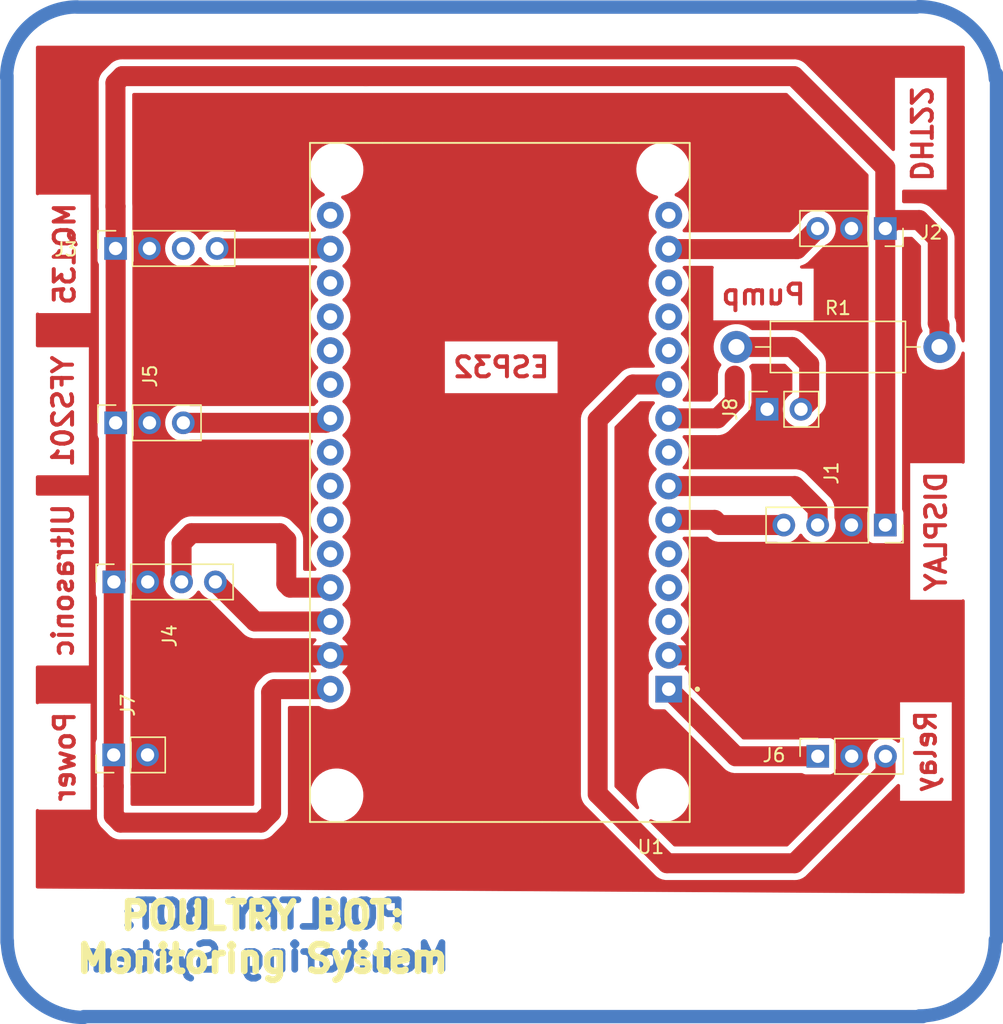
<source format=kicad_pcb>
(kicad_pcb (version 20211014) (generator pcbnew)
  (layers (0 "F.Cu" signal) (31 "B.Cu" signal) (34 "B.Paste" user) (35 "F.Paste" user) (36 "B.SilkS" user "B.Silkscreen") (37 "F.SilkS" user "F.Silkscreen") (38 "B.Mask" user) (39 "F.Mask" user) (44 "Edge.Cuts" user))
  (net 0 "")
  (net 1 "Net-(U1-Pad9)")
  (net 2 "Net-(J3-Pad1)")
  (net 3 "Net-(U1-Pad6)")
  (net 4 "Net-(U1-Pad7)")
  (net 5 "Net-(J3-Pad2)")
  (net 7 "Net-(J3-Pad4)")
  (net 8 "Net-(J6-Pad1)")
  (net 9 "Net-(J6-Pad3)")
  (net 18 "Net-(U1-Pad14)")
  (net 19 "Net-(U1-Pad28)")
  (net 20 "Net-(U1-Pad27)")
  (net 30 "Net-(U1-Pad22)")
  (net 31 "Net-(J1-Pad1)")
  (net 32 "Net-(J1-Pad2)")
  (net 33 "Net-(J1-Pad3)")
  (net 34 "Net-(J1-Pad4)")
  (net 35 "Net-(J2-Pad3)")
  (net 36 "Net-(J4-Pad3)")
  (net 37 "Net-(J4-Pad4)")
  (net 38 "Net-(J5-Pad3)")
  (net 39 "Net-(J8-Pad2)")
  (footprint "Connector_PinSocket_2.54mm:PinSocket_1x04_P2.54mm_Vertical" (layer "F.Cu") (at 110.754 81.128 90)
    (fp_text reference "J4" (at -4.0513 4.191 90) (layer "F.SilkS"))
    (fp_text value "HC-SR04")
    (fp_line (start 0 -1.33) (end 1.33 -1.33) (layer "F.SilkS") (width 0.12))
    (fp_line (start -1.33 8.95) (end 1.33 8.95) (layer "F.SilkS") (width 0.12))
    (fp_line (start -1.33 1.27) (end -1.33 8.95) (layer "F.SilkS") (width 0.12))
    (fp_line (start -1.33 1.27) (end 1.33 1.27) (layer "F.SilkS") (width 0.12))
    (fp_line (start 1.33 -1.33) (end 1.33 0) (layer "F.SilkS") (width 0.12))
    (fp_line (start 1.33 1.27) (end 1.33 8.95) (layer "F.SilkS") (width 0.12))
    (pad "1" thru_hole rect locked (at 0 0 90) (size 1.7 1.7) (drill 1) (layers *.Cu *.Mask) (net 31 "Net-(J1-Pad1)"))
    (pad "2" thru_hole oval locked (at 0 2.54 90) (size 1.7 1.7) (drill 1) (layers *.Cu *.Mask) (net 32 "Net-(J1-Pad2)"))
    (pad "3" thru_hole oval locked (at 0 5.08 90) (size 1.7 1.7) (drill 1) (layers *.Cu *.Mask) (net 36 "Net-(J4-Pad3)"))
    (pad "4" thru_hole oval locked (at 0 7.62 90) (size 1.7 1.7) (drill 1) (layers *.Cu *.Mask) (net 37 "Net-(J4-Pad4)"))
  )
  (footprint "Connector_PinSocket_2.54mm:PinSocket_1x03_P2.54mm_Vertical" (layer "F.Cu") (at 110.886 69.19 90)
    (fp_text reference "J5" (at 3.5052 2.5908 90) (layer "F.SilkS"))
    (fp_text value "YF-S201")
    (fp_line (start -1.33 1.27) (end -1.33 6.41) (layer "F.SilkS") (width 0.12))
    (fp_line (start -1.33 6.41) (end 1.33 6.41) (layer "F.SilkS") (width 0.12))
    (fp_line (start -1.33 1.27) (end 1.33 1.27) (layer "F.SilkS") (width 0.12))
    (fp_line (start 1.33 -1.33) (end 1.33 0) (layer "F.SilkS") (width 0.12))
    (fp_line (start 0 -1.33) (end 1.33 -1.33) (layer "F.SilkS") (width 0.12))
    (fp_line (start 1.33 1.27) (end 1.33 6.41) (layer "F.SilkS") (width 0.12))
    (pad "1" thru_hole rect locked (at 0 0 90) (size 1.7 1.7) (drill 1) (layers *.Cu *.Mask) (net 31 "Net-(J1-Pad1)"))
    (pad "2" thru_hole oval locked (at 0 2.54 90) (size 1.7 1.7) (drill 1) (layers *.Cu *.Mask) (net 32 "Net-(J1-Pad2)"))
    (pad "3" thru_hole oval locked (at 0 5.08 90) (size 1.7 1.7) (drill 1) (layers *.Cu *.Mask) (net 38 "Net-(J5-Pad3)"))
  )
  (footprint "Connector_PinSocket_2.54mm:PinSocket_1x03_P2.54mm_Vertical" (layer "F.Cu") (at 163.591 94.209 90)
    (fp_text reference "J6" (at 0.0762 -3.2893) (layer "F.SilkS"))
    (fp_text value "Hw-307b")
    (fp_line (start 0 -1.33) (end 1.33 -1.33) (layer "F.SilkS") (width 0.12))
    (fp_line (start -1.33 1.27) (end 1.33 1.27) (layer "F.SilkS") (width 0.12))
    (fp_line (start -1.33 6.41) (end 1.33 6.41) (layer "F.SilkS") (width 0.12))
    (fp_line (start 1.33 -1.33) (end 1.33 0) (layer "F.SilkS") (width 0.12))
    (fp_line (start -1.33 1.27) (end -1.33 6.41) (layer "F.SilkS") (width 0.12))
    (fp_line (start 1.33 1.27) (end 1.33 6.41) (layer "F.SilkS") (width 0.12))
    (pad "1" thru_hole rect locked (at 0 0 90) (size 1.7 1.7) (drill 1) (layers *.Cu *.Mask) (net 8 "Net-(J6-Pad1)"))
    (pad "2" thru_hole oval locked (at 0 2.54 90) (size 1.7 1.7) (drill 1) (layers *.Cu *.Mask) (net 32 "Net-(J1-Pad2)"))
    (pad "3" thru_hole oval locked (at 0 5.08 90) (size 1.7 1.7) (drill 1) (layers *.Cu *.Mask) (net 9 "Net-(J6-Pad3)"))
  )
  (footprint "Connector_PinHeader_2.54mm:PinHeader_1x02_P2.54mm_Vertical" (layer "F.Cu") (at 110.739 94.107 90)
    (fp_text reference "J7" (at 3.7338 1.0668 90) (layer "F.SilkS"))
    (fp_text value "XL4016")
    (fp_line (start -1.33 1.27) (end 1.33 1.27) (layer "F.SilkS") (width 0.12))
    (fp_line (start -1.33 -1.33) (end 0 -1.33) (layer "F.SilkS") (width 0.12))
    (fp_line (start -1.33 3.87) (end 1.33 3.87) (layer "F.SilkS") (width 0.12))
    (fp_line (start -1.33 0) (end -1.33 -1.33) (layer "F.SilkS") (width 0.12))
    (fp_line (start -1.33 1.27) (end -1.33 3.87) (layer "F.SilkS") (width 0.12))
    (fp_line (start 1.33 1.27) (end 1.33 3.87) (layer "F.SilkS") (width 0.12))
    (pad "1" thru_hole rect locked (at 0 0 90) (size 1.7 1.7) (drill 1) (layers *.Cu *.Mask) (net 31 "Net-(J1-Pad1)"))
    (pad "2" thru_hole oval locked (at 0 2.54 90) (size 1.7 1.7) (drill 1) (layers *.Cu *.Mask) (net 32 "Net-(J1-Pad2)"))
  )
  (footprint "MODULE_ESP32_DEVKIT_V1" (layer "F.Cu") (at 139.7 73.66 180)
    (fp_text reference "U1" (at -11.355 -27.36) (layer "F.SilkS"))
    (fp_text value "ESP32-DEVKIT-V1")
    (fp_line (start 8.78 25.475) (end 14.23 25.475) (layer "F.SilkS") (width 0.127))
    (fp_line (start -3.211 -25.475) (end 3.5 -25.475) (layer "F.SilkS") (width 0.127))
    (fp_line (start -8.91 25.475) (end 8.78 25.475) (layer "F.SilkS") (width 0.127))
    (fp_line (start -14.28 25.475) (end -14.28 -25.475) (layer "F.SilkS") (width 0.127))
    (fp_line (start -14.28 25.475) (end -8.91 25.475) (layer "F.SilkS") (width 0.127))
    (fp_line (start 14.23 -25.475) (end 14.23 25.475) (layer "F.SilkS") (width 0.127))
    (fp_line (start 14.23 25.475) (end -14.28 25.475) (layer "F.SilkS") (width 0.127))
    (fp_line (start -14.28 -25.475) (end 14.23 -25.475) (layer "F.SilkS") (width 0.127))
    (fp_line (start -14.28 -25.475) (end -3.211 -25.475) (layer "F.SilkS") (width 0.127))
    (fp_line (start -14.28 25.475) (end -14.28 -25.475) (layer "F.SilkS") (width 0.127))
    (fp_line (start 3.5 -25.475) (end 14.23 -25.475) (layer "F.SilkS") (width 0.127))
    (fp_line (start 14.23 -25.475) (end 14.23 25.475) (layer "F.SilkS") (width 0.127))
    (fp_circle (center -14.85 -15.515) (end -14.75 -15.515) (layer "F.SilkS") (width 0.2) (fill none))
    (pad "" np_thru_hole circle locked (at -12.28 -23.475 180) (size 3 3) (drill 3) (layers *.Cu *.Mask))
    (pad "" np_thru_hole circle locked (at 12.23 -23.475 180) (size 3 3) (drill 3) (layers *.Cu *.Mask))
    (pad "" np_thru_hole circle locked (at -12.28 23.475 180) (size 3 3) (drill 3) (layers *.Cu *.Mask))
    (pad "" np_thru_hole circle locked (at 12.23 23.475 180) (size 3 3) (drill 3) (layers *.Cu *.Mask))
    (pad "1" thru_hole rect locked (at -12.7 -15.515 180) (size 2 2) (drill 1.02) (layers *.Cu *.Mask) (net 8 "Net-(J6-Pad1)"))
    (pad "2" thru_hole circle locked (at -12.7 -12.975 180) (size 2 2) (drill 1.02) (layers *.Cu *.Mask) (net 5 "Net-(J3-Pad2)"))
    (pad "3" thru_hole circle locked (at -12.7 -10.435 180) (size 2 2) (drill 1.02) (layers *.Cu *.Mask))
    (pad "4" thru_hole circle locked (at -12.7 -7.895 180) (size 2 2) (drill 1.02) (layers *.Cu *.Mask))
    (pad "5" thru_hole circle locked (at -12.7 -5.355 180) (size 2 2) (drill 1.02) (layers *.Cu *.Mask))
    (pad "6" thru_hole circle locked (at -12.7 -2.815 180) (size 2 2) (drill 1.02) (layers *.Cu *.Mask) (net 3 "Net-(U1-Pad6)"))
    (pad "7" thru_hole circle locked (at -12.7 -0.275 180) (size 2 2) (drill 1.02) (layers *.Cu *.Mask) (net 4 "Net-(U1-Pad7)"))
    (pad "8" thru_hole circle locked (at -12.7 2.265 180) (size 2 2) (drill 1.02) (layers *.Cu *.Mask))
    (pad "9" thru_hole circle locked (at -12.7 4.805 180) (size 2 2) (drill 1.02) (layers *.Cu *.Mask) (net 1 "Net-(U1-Pad9)"))
    (pad "10" thru_hole circle locked (at -12.7 7.345 180) (size 2 2) (drill 1.02) (layers *.Cu *.Mask) (net 9 "Net-(J6-Pad3)"))
    (pad "11" thru_hole circle locked (at -12.7 9.885 180) (size 2 2) (drill 1.02) (layers *.Cu *.Mask))
    (pad "12" thru_hole circle locked (at -12.7 12.425 180) (size 2 2) (drill 1.02) (layers *.Cu *.Mask))
    (pad "13" thru_hole circle locked (at -12.7 14.965 180) (size 2 2) (drill 1.02) (layers *.Cu *.Mask))
    (pad "14" thru_hole circle locked (at -12.7 17.505 180) (size 2 2) (drill 1.02) (layers *.Cu *.Mask) (net 18 "Net-(U1-Pad14)"))
    (pad "15" thru_hole circle locked (at -12.7 20.045 180) (size 2 2) (drill 1.02) (layers *.Cu *.Mask))
    (pad "16" thru_hole circle locked (at 12.7 20.045 180) (size 2 2) (drill 1.02) (layers *.Cu *.Mask))
    (pad "17" thru_hole circle locked (at 12.7 17.505 180) (size 2 2) (drill 1.02) (layers *.Cu *.Mask) (net 7 "Net-(J3-Pad4)"))
    (pad "18" thru_hole circle locked (at 12.7 14.965 180) (size 2 2) (drill 1.02) (layers *.Cu *.Mask))
    (pad "19" thru_hole circle locked (at 12.7 12.425 180) (size 2 2) (drill 1.02) (layers *.Cu *.Mask))
    (pad "20" thru_hole circle locked (at 12.7 9.885 180) (size 2 2) (drill 1.02) (layers *.Cu *.Mask))
    (pad "21" thru_hole circle locked (at 12.7 7.345 180) (size 2 2) (drill 1.02) (layers *.Cu *.Mask))
    (pad "22" thru_hole circle locked (at 12.7 4.805 180) (size 2 2) (drill 1.02) (layers *.Cu *.Mask) (net 30 "Net-(U1-Pad22)"))
    (pad "23" thru_hole circle locked (at 12.7 2.265 180) (size 2 2) (drill 1.02) (layers *.Cu *.Mask))
    (pad "24" thru_hole circle locked (at 12.7 -0.275 180) (size 2 2) (drill 1.02) (layers *.Cu *.Mask))
    (pad "25" thru_hole circle locked (at 12.7 -2.815 180) (size 2 2) (drill 1.02) (layers *.Cu *.Mask))
    (pad "26" thru_hole circle locked (at 12.7 -5.355 180) (size 2 2) (drill 1.02) (layers *.Cu *.Mask))
    (pad "27" thru_hole circle locked (at 12.7 -7.895 180) (size 2 2) (drill 1.02) (layers *.Cu *.Mask) (net 20 "Net-(U1-Pad27)"))
    (pad "28" thru_hole circle locked (at 12.7 -10.435 180) (size 2 2) (drill 1.02) (layers *.Cu *.Mask) (net 19 "Net-(U1-Pad28)"))
    (pad "29" thru_hole circle locked (at 12.7 -12.975 180) (size 2 2) (drill 1.02) (layers *.Cu *.Mask) (net 5 "Net-(J3-Pad2)"))
    (pad "30" thru_hole circle locked (at 12.7 -15.515 180) (size 2 2) (drill 1.02) (layers *.Cu *.Mask) (net 2 "Net-(J3-Pad1)"))
  )
  (footprint "Connector_PinSocket_2.54mm:PinSocket_1x04_P2.54mm_Vertical" (layer "F.Cu") (at 110.881 56.109 90)
    (fp_text reference "J3" (at -0.0762 -3.7338) (layer "F.SilkS"))
    (fp_text value "MQ135")
    (fp_line (start -1.33 8.95) (end 1.33 8.95) (layer "F.SilkS") (width 0.12))
    (fp_line (start 1.33 -1.33) (end 1.33 0) (layer "F.SilkS") (width 0.12))
    (fp_line (start 1.33 1.27) (end 1.33 8.95) (layer "F.SilkS") (width 0.12))
    (fp_line (start 0 -1.33) (end 1.33 -1.33) (layer "F.SilkS") (width 0.12))
    (fp_line (start -1.33 1.27) (end -1.33 8.95) (layer "F.SilkS") (width 0.12))
    (fp_line (start -1.33 1.27) (end 1.33 1.27) (layer "F.SilkS") (width 0.12))
    (pad "1" thru_hole rect locked (at 0 0 90) (size 1.7 1.7) (drill 1) (layers *.Cu *.Mask) (net 31 "Net-(J1-Pad1)"))
    (pad "2" thru_hole oval locked (at 0 2.54 90) (size 1.7 1.7) (drill 1) (layers *.Cu *.Mask) (net 32 "Net-(J1-Pad2)"))
    (pad "3" thru_hole oval locked (at 0 5.08 90) (size 1.7 1.7) (drill 1) (layers *.Cu *.Mask))
    (pad "4" thru_hole oval locked (at 0 7.62 90) (size 1.7 1.7) (drill 1) (layers *.Cu *.Mask) (net 7 "Net-(J3-Pad4)"))
  )
  (footprint "Connector_PinSocket_2.54mm:PinSocket_1x04_P2.54mm_Vertical" (layer "F.Cu") (at 168.656 76.86 -90)
    (fp_text reference "J1" (at -3.8989 4.0386 90) (layer "F.SilkS"))
    (fp_text value "NX4832T035")
    (fp_line (start 0 -1.33) (end 1.33 -1.33) (layer "F.SilkS") (width 0.12))
    (fp_line (start 1.33 -1.33) (end 1.33 0) (layer "F.SilkS") (width 0.12))
    (fp_line (start -1.33 8.95) (end 1.33 8.95) (layer "F.SilkS") (width 0.12))
    (fp_line (start 1.33 1.27) (end 1.33 8.95) (layer "F.SilkS") (width 0.12))
    (fp_line (start -1.33 1.27) (end -1.33 8.95) (layer "F.SilkS") (width 0.12))
    (fp_line (start -1.33 1.27) (end 1.33 1.27) (layer "F.SilkS") (width 0.12))
    (pad "1" thru_hole rect locked (at 0 0 270) (size 1.7 1.7) (drill 1) (layers *.Cu *.Mask) (net 31 "Net-(J1-Pad1)"))
    (pad "2" thru_hole oval locked (at 0 2.54 270) (size 1.7 1.7) (drill 1) (layers *.Cu *.Mask) (net 32 "Net-(J1-Pad2)"))
    (pad "3" thru_hole oval locked (at 0 5.08 270) (size 1.7 1.7) (drill 1) (layers *.Cu *.Mask) (net 33 "Net-(J1-Pad3)"))
    (pad "4" thru_hole oval locked (at 0 7.62 270) (size 1.7 1.7) (drill 1) (layers *.Cu *.Mask) (net 34 "Net-(J1-Pad4)"))
  )
  (footprint "Connector_PinSocket_2.54mm:PinSocket_1x03_P2.54mm_Vertical" (layer "F.Cu") (at 168.656 54.61 -90)
    (fp_text reference "J2" (at 0.3048 -3.429) (layer "F.SilkS"))
    (fp_text value "DHT22")
    (fp_line (start -1.33 6.41) (end 1.33 6.41) (layer "F.SilkS") (width 0.12))
    (fp_line (start 1.33 -1.33) (end 1.33 0) (layer "F.SilkS") (width 0.12))
    (fp_line (start -1.33 1.27) (end -1.33 6.41) (layer "F.SilkS") (width 0.12))
    (fp_line (start 1.33 1.27) (end 1.33 6.41) (layer "F.SilkS") (width 0.12))
    (fp_line (start -1.33 1.27) (end 1.33 1.27) (layer "F.SilkS") (width 0.12))
    (fp_line (start 0 -1.33) (end 1.33 -1.33) (layer "F.SilkS") (width 0.12))
    (pad "1" thru_hole rect locked (at 0 0 270) (size 1.7 1.7) (drill 1) (layers *.Cu *.Mask) (net 31 "Net-(J1-Pad1)"))
    (pad "2" thru_hole oval locked (at 0 2.54 270) (size 1.7 1.7) (drill 1) (layers *.Cu *.Mask) (net 32 "Net-(J1-Pad2)"))
    (pad "3" thru_hole oval locked (at 0 5.08 270) (size 1.7 1.7) (drill 1) (layers *.Cu *.Mask) (net 35 "Net-(J2-Pad3)"))
  )
  (footprint "Resistor_THT:R_Axial_DIN0411_L9.9mm_D3.6mm_P15.24mm_Horizontal" (layer "F.Cu") (at 157.48 63.5)
    (fp_text reference "R1" (at 7.62 -2.92) (layer "F.SilkS"))
    (fp_text value "R")
    (fp_line (start 13.8 0) (end 12.69 0) (layer "F.SilkS") (width 0.12))
    (fp_line (start 1.44 0) (end 2.55 0) (layer "F.SilkS") (width 0.12))
    (fp_line (start 12.69 1.92) (end 12.69 -1.92) (layer "F.SilkS") (width 0.12))
    (fp_line (start 2.55 1.92) (end 12.69 1.92) (layer "F.SilkS") (width 0.12))
    (fp_line (start 2.55 -1.92) (end 2.55 1.92) (layer "F.SilkS") (width 0.12))
    (fp_line (start 12.69 -1.92) (end 2.55 -1.92) (layer "F.SilkS") (width 0.12))
    (pad "1" thru_hole circle (at 0 0) (size 2.4 2.4) (drill 1.2) (layers *.Cu *.Mask) (net 39 "Net-(J8-Pad2)"))
    (pad "2" thru_hole oval (at 15.24 0) (size 2.4 2.4) (drill 1.2) (layers *.Cu *.Mask) (net 31 "Net-(J1-Pad1)"))
  )
  (footprint "Connector_PinSocket_2.54mm:PinSocket_1x02_P2.54mm_Vertical" (layer "F.Cu") (at 159.786 68.174 90)
    (fp_text reference "J8" (at 0 -2.77 90) (layer "F.SilkS"))
    (fp_text value "Pump Input")
    (fp_line (start 1.33 -1.33) (end 1.33 0) (layer "F.SilkS") (width 0.12))
    (fp_line (start -1.33 1.27) (end -1.33 3.87) (layer "F.SilkS") (width 0.12))
    (fp_line (start -1.33 3.87) (end 1.33 3.87) (layer "F.SilkS") (width 0.12))
    (fp_line (start 0 -1.33) (end 1.33 -1.33) (layer "F.SilkS") (width 0.12))
    (fp_line (start 1.33 1.27) (end 1.33 3.87) (layer "F.SilkS") (width 0.12))
    (fp_line (start -1.33 1.27) (end 1.33 1.27) (layer "F.SilkS") (width 0.12))
    (pad "1" thru_hole rect (at 0 0 90) (size 1.7 1.7) (drill 1) (layers *.Cu *.Mask) (net 32 "Net-(J1-Pad2)"))
    (pad "2" thru_hole oval (at 0 2.54 90) (size 1.7 1.7) (drill 1) (layers *.Cu *.Mask) (net 39 "Net-(J8-Pad2)"))
  )
  (gr_line (start 108.4881 113.7412) (end 171.4881 113.7412) (layer "B.Cu") (width 1))
  (gr_arc (start 171.1452 37.966489) (mid 175.096396 39.528678) (end 176.911 43.3705) (layer "B.Cu") (width 1))
  (gr_arc (start 176.911 107.9881) (mid 175.240835 112.020235) (end 171.2087 113.6904) (layer "B.Cu") (width 1))
  (gr_line (start 102.7303 108.1673) (end 102.7303 43.1673) (layer "B.Cu") (width 1))
  (gr_arc (start 108.497508 113.804614) (mid 104.447824 112.104591) (end 102.7557 108.0516) (layer "B.Cu") (width 1))
  (gr_line (start 177 43) (end 177 108) (layer "B.Cu") (width 1))
  (gr_line (start 108 38) (end 171 38) (layer "B.Cu") (width 1))
  (gr_arc (start 102.7049 43.2816) (mid 104.256033 39.536833) (end 108.0008 37.9857) (layer "B.Cu") (width 1))
  (gr_text "Power" (at 107.061 94.234 90) (layer "F.Cu") (effects (font (size 1.5 1.5) (thickness 0.3)) (justify mirror)))
  (gr_text "Ultrasonic" (at 106.934 81.026 90) (layer "F.Cu") (effects (font (size 1.5 1.5) (thickness 0.3)) (justify mirror)))
  (gr_text "YFS201" (at 106.934 68.326 90) (layer "F.Cu") (effects (font (size 1.5 1.5) (thickness 0.3)) (justify mirror)))
  (gr_text "Relay" (at 171.704 93.853 90) (layer "F.Cu") (effects (font (size 1.5 1.5) (thickness 0.3)) (justify mirror)))
  (gr_text "Pump" (at 159.512 59.563) (layer "F.Cu") (effects (font (size 1.5 1.5) (thickness 0.3)) (justify mirror)))
  (gr_text "DHT22" (at 171.323 47.498 270) (layer "F.Cu") (effects (font (size 1.5 1.5) (thickness 0.3)) (justify mirror)))
  (gr_text "ESP32" (at 139.827 65.024) (layer "F.Cu") (effects (font (size 1.5 1.5) (thickness 0.3)) (justify mirror)))
  (gr_text "DISPLAY" (at 172.466 77.343 90) (layer "F.Cu") (effects (font (size 1.5 1.5) (thickness 0.3)) (justify mirror)))
  (gr_text "MQ135" (at 107.061 56.515 90) (layer "F.Cu") (effects (font (size 1.5 1.5) (thickness 0.3)) (justify mirror)))
  (gr_text "POULTRY BOT:\nMonitoring System" (at 121.9962 107.6833) (layer "B.Cu") (effects (font (size 2 2) (thickness 0.5)) (justify mirror)))
  (gr_text "POULTRY BOT:\nMonitoring System" (at 121.92 107.7976) (layer "F.SilkS") (effects (font (size 2 2) (thickness 0.5))))
  (segment (start 152.4 68.855) (end 156.062 68.855) (width 1.5) (layer "F.Cu") (net 1))
  (segment (start 157.353 67.564) (end 157.353 65.65) (width 1.5) (layer "F.Cu") (net 1))
  (segment (start 156.062 68.855) (end 157.353 67.564) (width 1.5) (layer "F.Cu") (net 1))
  (segment (start 155.85 76.475) (end 152.4 76.475) (width 1.5) (layer "F.Cu") (net 3))
  (segment (start 156.235 76.86) (end 155.85 76.475) (width 1.5) (layer "F.Cu") (net 3))
  (segment (start 161.036 76.86) (end 156.235 76.86) (width 1.5) (layer "F.Cu") (net 3))
  (segment (start 163.576 76.86) (end 163.576 75.657919) (width 1.5) (layer "F.Cu") (net 4))
  (segment (start 163.576 75.657919) (end 161.853081 73.935) (width 1.5) (layer "F.Cu") (net 4))
  (segment (start 161.853081 73.935) (end 152.4 73.935) (width 1.5) (layer "F.Cu") (net 4))
  (segment (start 118.501 56.109) (end 126.954 56.109) (width 1.5) (layer "F.Cu") (net 7))
  (segment (start 126.954 56.109) (end 127 56.155) (width 1.5) (layer "F.Cu") (net 7))
  (segment (start 163.591 94.209) (end 157.434 94.209) (width 1.5) (layer "F.Cu") (net 8))
  (segment (start 157.434 94.209) (end 152.4 89.175) (width 1.5) (layer "F.Cu") (net 8))
  (segment (start 168.671 94.209) (end 168.671 95.411081) (width 1.5) (layer "F.Cu") (net 9))
  (segment (start 161.847081 102.235) (end 152.273 102.235) (width 1.5) (layer "F.Cu") (net 9))
  (segment (start 147.066 97.028) (end 147.066 68.961) (width 1.5) (layer "F.Cu") (net 9))
  (segment (start 168.671 95.411081) (end 161.847081 102.235) (width 1.5) (layer "F.Cu") (net 9))
  (segment (start 149.712 66.315) (end 152.4 66.315) (width 1.5) (layer "F.Cu") (net 9))
  (segment (start 152.273 102.235) (end 147.066 97.028) (width 1.5) (layer "F.Cu") (net 9))
  (segment (start 147.066 68.961) (end 149.712 66.315) (width 1.5) (layer "F.Cu") (net 9))
  (segment (start 162.031 56.155) (end 163.576 54.61) (width 1.5) (layer "F.Cu") (net 18))
  (segment (start 152.4 56.155) (end 162.031 56.155) (width 1.5) (layer "F.Cu") (net 18))
  (segment (start 115.966 69.19) (end 126.665 69.19) (width 1.5) (layer "F.Cu") (net 30))
  (segment (start 126.665 69.19) (end 127 68.855) (width 1.5) (layer "F.Cu") (net 30))
  (segment (start 110.739 94.107) (end 110.739 81.143) (width 1.5) (layer "F.Cu") (net 31))
  (segment (start 168.656 54.61) (end 168.656 76.86) (width 1.5) (layer "F.Cu") (net 31))
  (segment (start 111.379 43.18) (end 110.871 43.688) (width 1.5) (layer "F.Cu") (net 31))
  (segment (start 172.593 61.722) (end 172.593 55.372) (width 1.5) (layer "F.Cu") (net 31))
  (segment (start 110.886 56.114) (end 110.881 56.109) (width 1.5) (layer "F.Cu") (net 31))
  (segment (start 110.886 80.996) (end 110.754 81.128) (width 1.5) (layer "F.Cu") (net 31))
  (segment (start 122.555 98.425) (end 122.555 89.408) (width 1.5) (layer "F.Cu") (net 31))
  (segment (start 110.739 81.143) (end 110.754 81.128) (width 1.5) (layer "F.Cu") (net 31))
  (segment (start 110.871 52.939) (end 110.881 52.949) (width 1.5) (layer "F.Cu") (net 31))
  (segment (start 110.881 52.949) (end 110.881 56.109) (width 1.5) (layer "F.Cu") (net 31))
  (segment (start 122.555 89.408) (end 122.788 89.175) (width 1.5) (layer "F.Cu") (net 31))
  (segment (start 172.593 55.372) (end 171.196 53.975) (width 1.5) (layer "F.Cu") (net 31))
  (segment (start 169.291 53.975) (end 168.656 54.61) (width 1.5) (layer "F.Cu") (net 31))
  (segment (start 172.72 63.5) (end 172.72 61.849) (width 1.5) (layer "F.Cu") (net 31))
  (segment (start 110.739 96.457) (end 110.744 96.462) (width 1.5) (layer "F.Cu") (net 31))
  (segment (start 122.788 89.175) (end 127 89.175) (width 1.5) (layer "F.Cu") (net 31))
  (segment (start 168.656 50.038) (end 161.798 43.18) (width 1.5) (layer "F.Cu") (net 31))
  (segment (start 111.252 99.187) (end 121.793 99.187) (width 1.5) (layer "F.Cu") (net 31))
  (segment (start 172.72 61.849) (end 172.593 61.722) (width 1.5) (layer "F.Cu") (net 31))
  (segment (start 129.667 43.18) (end 111.379 43.18) (width 1.5) (layer "F.Cu") (net 31))
  (segment (start 110.739 94.107) (end 110.739 96.457) (width 1.5) (layer "F.Cu") (net 31))
  (segment (start 110.744 96.462) (end 110.744 98.679) (width 1.5) (layer "F.Cu") (net 31))
  (segment (start 110.886 69.19) (end 110.886 56.114) (width 1.5) (layer "F.Cu") (net 31))
  (segment (start 161.798 43.18) (end 129.667 43.18) (width 1.5) (layer "F.Cu") (net 31))
  (segment (start 110.871 43.688) (end 110.871 52.939) (width 1.5) (layer "F.Cu") (net 31))
  (segment (start 110.886 69.19) (end 110.886 80.996) (width 1.5) (layer "F.Cu") (net 31))
  (segment (start 121.793 99.187) (end 122.555 98.425) (width 1.5) (layer "F.Cu") (net 31))
  (segment (start 171.196 53.975) (end 169.291 53.975) (width 1.5) (layer "F.Cu") (net 31))
  (segment (start 110.744 98.679) (end 111.252 99.187) (width 1.5) (layer "F.Cu") (net 31))
  (segment (start 168.656 54.61) (end 168.656 50.038) (width 1.5) (layer "F.Cu") (net 31))
  (segment (start 113.294 85.461) (end 113.294 94.092) (width 1.5) (layer "F.Cu") (net 32))
  (segment (start 166.131 94.209) (end 166.131 86.502) (width 1.5) (layer "F.Cu") (net 32))
  (segment (start 127 86.635) (end 114.468 86.635) (width 1.5) (layer "F.Cu") (net 32))
  (segment (start 159.786 70.524) (end 159.786 68.174) (width 1.5) (layer "F.Cu") (net 32))
  (segment (start 113.294 94.092) (end 113.279 94.107) (width 1.5) (layer "F.Cu") (net 32))
  (segment (start 166.116 54.61) (end 166.116 51.943) (width 1.5) (layer "F.Cu") (net 32))
  (segment (start 160.274 46.101) (end 141.478 46.101) (width 1.5) (layer "F.Cu") (net 32))
  (segment (start 166.116 51.943) (end 160.274 46.101) (width 1.5) (layer "F.Cu") (net 32))
  (segment (start 132.842 86.487) (end 132.694 86.635) (width 1.5) (layer "F.Cu") (net 32))
  (segment (start 132.694 86.635) (end 127 86.635) (width 1.5) (layer "F.Cu") (net 32))
  (segment (start 166.116 70.866) (end 160.128 70.866) (width 1.5) (layer "F.Cu") (net 32))
  (segment (start 166.116 81.915) (end 166.116 76.86) (width 1.5) (layer "F.Cu") (net 32))
  (segment (start 113.294 81.128) (end 113.294 69.322) (width 1.5) (layer "F.Cu") (net 32))
  (segment (start 166.131 86.502) (end 163.83 84.201) (width 1.5) (layer "F.Cu") (net 32))
  (segment (start 152.4 86.635) (end 161.396 86.635) (width 1.5) (layer "F.Cu") (net 32))
  (segment (start 132.842 54.737) (end 132.842 86.487) (width 1.5) (layer "F.Cu") (net 32))
  (segment (start 113.294 81.128) (end 113.294 85.461) (width 1.5) (layer "F.Cu") (net 32))
  (segment (start 160.128 70.866) (end 159.786 70.524) (width 1.5) (layer "F.Cu") (net 32))
  (segment (start 163.83 84.201) (end 166.116 81.915) (width 1.5) (layer "F.Cu") (net 32))
  (segment (start 114.468 86.635) (end 113.294 85.461) (width 1.5) (layer "F.Cu") (net 32))
  (segment (start 113.294 69.322) (end 113.426 69.19) (width 1.5) (layer "F.Cu") (net 32))
  (segment (start 141.478 46.101) (end 132.842 54.737) (width 1.5) (layer "F.Cu") (net 32))
  (segment (start 113.421 56.109) (end 113.421 69.185) (width 1.5) (layer "F.Cu") (net 32))
  (segment (start 161.396 86.635) (end 163.83 84.201) (width 1.5) (layer "F.Cu") (net 32))
  (segment (start 113.421 69.185) (end 113.426 69.19) (width 1.5) (layer "F.Cu") (net 32))
  (segment (start 166.116 54.61) (end 166.116 70.866) (width 1.5) (layer "F.Cu") (net 32))
  (segment (start 166.116 70.866) (end 166.116 76.86) (width 1.5) (layer "F.Cu") (net 32))
  (segment (start 123.698 77.978) (end 123.698 81.28) (width 1.5) (layer "F.Cu") (net 36))
  (segment (start 123.973 81.555) (end 127 81.555) (width 1.5) (layer "F.Cu") (net 36))
  (segment (start 115.834 81.128) (end 115.834 78.222) (width 1.5) (layer "F.Cu") (net 36))
  (segment (start 115.834 78.222) (end 116.586 77.47) (width 1.5) (layer "F.Cu") (net 36))
  (segment (start 123.19 77.47) (end 123.698 77.978) (width 1.5) (layer "F.Cu") (net 36))
  (segment (start 123.698 81.28) (end 123.973 81.555) (width 1.5) (layer "F.Cu") (net 36))
  (segment (start 116.586 77.47) (end 123.19 77.47) (width 1.5) (layer "F.Cu") (net 36))
  (segment (start 121.341 84.095) (end 118.374 81.128) (width 1.5) (layer "F.Cu") (net 37))
  (segment (start 127 84.095) (end 121.341 84.095) (width 1.5) (layer "F.Cu") (net 37))
  (segment (start 162.941 64.77) (end 162.941 67.559) (width 1.5) (layer "F.Cu") (net 39))
  (segment (start 161.671 63.5) (end 162.941 64.77) (width 1.5) (layer "F.Cu") (net 39))
  (segment (start 162.941 67.559) (end 162.326 68.174) (width 1.5) (layer "F.Cu") (net 39))
  (segment (start 157.48 63.5) (end 161.671 63.5) (width 1.5) (layer "F.Cu") (net 39))
  (zone (net 32) (net_name "Net-(J1-Pad2)") (layer "F.Cu") (connect_pads yes (clearance 0.508)) (min_thickness 0.254) (fill yes (thermal_gap 0.508) (thermal_bridge_width 0.508))
    (polygon (pts (xy 174.614632 104.513308) (xy 104.891632 104.132308) (xy 104.902 40.894) (xy 174.625 40.894)))
  )
)
</source>
